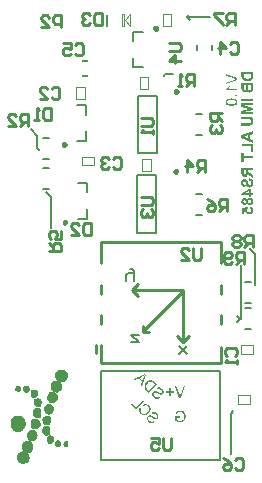
<source format=gbo>
%FSTAX23Y23*%
%MOIN*%
%SFA1B1*%

%IPPOS*%
%ADD32C,0.003000*%
%ADD34C,0.007870*%
%ADD57C,0.009840*%
%ADD58C,0.006300*%
%ADD59C,0.003940*%
%ADD60C,0.005910*%
%ADD61C,0.010000*%
%ADD62R,0.020000X0.010000*%
%ADD63R,0.010000X0.020000*%
%LNdaughterboard-1*%
%LPD*%
G36*
X02466Y01802D02*
X02467Y01802D01*
X02468Y01802*
X02469Y01801*
X0247Y01801*
X02471Y01801*
X02471Y018*
X02472Y018*
X02472Y018*
X02473Y01799*
X02473Y01799*
X02474Y01799*
X02474Y01798*
X02474Y01798*
X02474Y01798*
X02474Y01798*
X02475Y01797*
X02475Y01797*
X02475Y01796*
X02476Y01795*
X02476Y01794*
X02477Y01793*
X02477Y01792*
X02477Y01791*
X02477Y01791*
X02477Y0179*
X02477Y0179*
Y0179*
Y0179*
Y0179*
X02477Y01788*
X02477Y01788*
X02477Y01787*
X02476Y01786*
X02476Y01785*
X02476Y01784*
X02476Y01784*
X02475Y01783*
X02475Y01782*
X02475Y01782*
X02474Y01782*
X02474Y01781*
X02474Y01781*
X02474Y01781*
X02474Y01781*
X02474Y01781*
X02473Y0178*
X02472Y0178*
X02472Y01779*
X02471Y01779*
X0247Y01778*
X02469Y01778*
X02468Y01778*
X02467Y01777*
X02467Y01777*
X02466Y01777*
X02466Y01777*
X02466Y01777*
X02465*
X02464Y01777*
X02463Y01777*
X02462Y01778*
X02461Y01778*
X0246Y01778*
X0246Y01779*
X0246Y01779*
X02459Y01779*
X02459Y0178*
X02458Y0178*
X02457Y01781*
X02457Y01782*
X02456Y01783*
X02456Y01783*
X02456Y01783*
X02456Y01783*
X02456Y01784*
Y01784*
X02455Y01783*
X02455Y01782*
X02454Y01781*
X02454Y01781*
X02453Y0178*
X02453Y0178*
X02453Y0178*
X02453Y0178*
X02452Y01779*
X02451Y01779*
X0245Y01779*
X02449Y01779*
X02449Y01778*
X02448Y01778*
X02448*
X02447Y01778*
X02446Y01779*
X02445Y01779*
X02444Y01779*
X02443Y0178*
X02442Y0178*
X02442Y01781*
X02441Y01781*
X02441Y01781*
X02441Y01781*
X02441Y01781*
X02441Y01781*
X0244Y01782*
X0244Y01783*
X0244Y01783*
X02439Y01784*
X02439Y01785*
X02438Y01787*
X02438Y01787*
X02438Y01788*
X02438Y01788*
X02438Y01789*
X02438Y01789*
Y0179*
Y0179*
Y0179*
X02438Y01791*
X02438Y01792*
X02438Y01793*
X02439Y01793*
X02439Y01794*
X02439Y01795*
X02439Y01796*
X02439Y01796*
X0244Y01797*
X0244Y01797*
X0244Y01797*
X0244Y01798*
X02441Y01798*
X02441Y01798*
X02441Y01798*
X02441Y01798*
X02441Y01799*
X02442Y01799*
X02443Y018*
X02443Y018*
X02444Y018*
X02445Y01801*
X02446Y01801*
X02447Y01801*
X02447Y01801*
X02448Y01801*
X02448*
X02449Y01801*
X0245Y01801*
X0245Y01801*
X02451Y01801*
X02452Y018*
X02452Y018*
X02452Y018*
X02452Y018*
X02453Y01799*
X02454Y01799*
X02454Y01798*
X02455Y01797*
X02455Y01797*
X02455Y01796*
X02456Y01796*
X02456Y01796*
Y01796*
X02456Y01797*
X02457Y01798*
X02458Y01799*
X02458Y01799*
X02459Y018*
X02459Y018*
X0246Y01801*
X0246Y01801*
X0246*
X02461Y01801*
X02462Y01802*
X02463Y01802*
X02464Y01802*
X02464Y01802*
X02465Y01802*
X02465*
X02466Y01802*
G37*
G36*
X02467Y01772D02*
X02468Y01772D01*
X0247Y01772*
X02471Y01771*
X02472Y01771*
X02472Y0177*
X02473Y0177*
X02473Y0177*
X02473Y01769*
X02474Y01769*
X02474Y01769*
X02474Y01769*
X02474Y01769*
X02474Y01769*
X02475Y01768*
X02475Y01767*
X02475Y01767*
X02476Y01766*
X02476Y01764*
X02477Y01763*
X02477Y01762*
X02477Y01762*
X02477Y01761*
X02477Y01761*
X02477Y01761*
Y0176*
Y0176*
Y0176*
X02477Y01759*
X02477Y01758*
X02476Y01757*
X02476Y01756*
X02476Y01755*
X02475Y01754*
X02475Y01753*
X02474Y01752*
X02474Y01752*
X02473Y01751*
X02473Y01751*
X02473Y0175*
X02472Y0175*
X02472Y0175*
X02472Y0175*
X02472Y0175*
X02471Y01749*
X0247Y01749*
X0247Y01749*
X02469Y01748*
X02468Y01748*
X02466Y01747*
X02466Y01747*
X02465Y01747*
X02465Y01747*
X02464*
X02464Y01747*
X02463*
X02462Y01747*
X02461Y01747*
X02461Y01747*
X0246Y01748*
X02459Y01748*
X02458Y01748*
X02457Y01748*
X02457Y01749*
X02456Y01749*
X02456Y01749*
X02455Y0175*
X02455Y0175*
X02455Y0175*
X02454Y0175*
X02454Y0175*
X02454Y0175*
X02454Y01751*
X02453Y01752*
X02453Y01752*
X02452Y01753*
X02452Y01754*
X02452Y01755*
X02451Y01756*
X02451Y01756*
X02451Y01757*
X02451Y01757*
X02451Y01758*
X02451Y01758*
Y01758*
Y01759*
Y01759*
X02451Y0176*
X02451Y01761*
X02451Y01761*
X02451Y01762*
X02452Y01763*
X02452Y01763*
X02452Y01764*
X02452Y01764*
Y01764*
X02446Y01762*
Y01749*
X02439*
Y01768*
X02459Y01772*
X02459Y01766*
X02459Y01765*
X02458Y01765*
X02458Y01764*
X02458Y01764*
X02457Y01763*
X02457Y01762*
X02457Y01761*
X02457Y01761*
X02457Y01761*
Y0176*
Y0176*
Y0176*
X02457Y01759*
X02457Y01758*
X02457Y01758*
X02457Y01757*
X02458Y01757*
X02458Y01756*
X02458Y01756*
X02458Y01756*
X02459Y01756*
X0246Y01755*
X02461Y01755*
X02462Y01755*
X02462Y01755*
X02463Y01755*
X02464*
X02465Y01755*
X02466Y01755*
X02467Y01755*
X02468Y01755*
X02468Y01756*
X02469Y01756*
X02469Y01756*
X02469Y01756*
X0247Y01757*
X0247Y01757*
X02471Y01758*
X02471Y01759*
X02471Y01759*
X02471Y0176*
X02471Y0176*
Y0176*
X02471Y01761*
X02471Y01761*
X02471Y01762*
X0247Y01762*
X0247Y01763*
X0247Y01763*
X0247Y01763*
X0247Y01764*
X02469Y01764*
X02468Y01764*
X02468Y01765*
X02467Y01765*
X02467Y01765*
X02466Y01765*
X02466Y01765*
X02466*
X02467Y01773*
X02467Y01772*
G37*
G36*
X02203Y01157D02*
X02213D01*
Y01152*
X02203*
Y01142*
X02198*
Y01152*
X02188*
Y01157*
X02198*
Y01167*
X02203*
Y01157*
G37*
G36*
X02469Y01817D02*
X02476D01*
Y0181*
X02469*
Y01805*
X02462*
Y0181*
X02438*
Y01816*
X02462Y01833*
X02469*
Y01817*
G37*
G36*
X02445Y01942D02*
X02476D01*
Y01934*
X02445*
Y01923*
X02438*
Y01953*
X02445*
Y01942*
G37*
G36*
X02476Y01895D02*
X0246D01*
Y01894*
Y01893*
X0246Y01892*
X0246Y01892*
X02461Y01891*
X02461Y01891*
X02461Y0189*
X02461Y0189*
Y0189*
X02461Y0189*
X02461Y01889*
X02461Y01889*
X02462Y01888*
X02462Y01888*
X02462Y01888*
X02462Y01888*
X02462Y01888*
X02463Y01888*
X02463Y01887*
X02464Y01887*
X02465Y01886*
X02466Y01885*
X02466Y01885*
X02467Y01884*
X02467Y01884*
X02467Y01884*
X02468Y01884*
X02468Y01884*
X02468Y01884*
X02476Y01878*
Y01869*
X02469Y01874*
X02468Y01874*
X02467Y01875*
X02467Y01875*
X02466Y01876*
X02465Y01876*
X02465Y01876*
X02464Y01877*
X02463Y01877*
X02463Y01878*
X02463Y01878*
X02463Y01878*
X02462Y01879*
X02461Y01879*
X02461Y0188*
X0246Y01881*
X0246Y01881*
X0246Y01882*
X0246Y01882*
X02459Y01882*
Y01882*
X02459Y01881*
X02459Y0188*
X02459Y0188*
X02459Y01879*
X02458Y01878*
X02458Y01878*
X02458Y01877*
X02457Y01877*
X02457Y01876*
X02457Y01876*
X02457Y01875*
X02456Y01875*
X02456Y01875*
X02456Y01875*
X02456Y01875*
X02456Y01875*
X02455Y01874*
X02455Y01874*
X02454Y01873*
X02453Y01873*
X02451Y01872*
X0245Y01872*
X0245Y01872*
X0245*
X02449Y01872*
X02449*
X02448Y01872*
X02447Y01872*
X02446Y01873*
X02445Y01873*
X02444Y01873*
X02443Y01874*
X02443Y01874*
X02443Y01874*
X02443Y01874*
X02443*
X02442Y01875*
X02441Y01875*
X02441Y01876*
X0244Y01877*
X0244Y01877*
X0244Y01878*
X02439Y01878*
X02439Y01878*
Y01878*
X02439Y01879*
X02439Y01879*
X02439Y01881*
X02439Y01882*
X02438Y01884*
Y01884*
X02438Y01885*
Y01886*
X02438Y01886*
Y01886*
Y01887*
Y01887*
Y01887*
Y01903*
X02476*
Y01895*
G37*
G36*
X02465Y01867D02*
X02466Y01867D01*
X02467Y01866*
X02468Y01866*
X02469Y01866*
X0247Y01865*
X0247Y01865*
X02471Y01864*
X02472Y01864*
X02472Y01864*
X02473Y01863*
X02473Y01863*
X02473Y01863*
X02473Y01863*
X02474Y01863*
X02474Y01862*
X02474Y01862*
X02475Y01861*
X02475Y0186*
X02475Y01859*
X02476Y01858*
X02476Y01857*
X02476Y01855*
X02477Y01855*
X02477Y01854*
X02477Y01853*
X02477Y01853*
X02477Y01852*
Y01852*
Y01851*
Y01851*
X02477Y0185*
X02477Y01848*
X02476Y01847*
X02476Y01846*
X02476Y01845*
X02476Y01845*
X02476Y01845*
X02476Y01844*
X02476Y01844*
X02476Y01844*
X02476Y01843*
X02475Y01843*
Y01843*
X02475Y01842*
X02474Y01841*
X02474Y0184*
X02473Y01839*
X02472Y01839*
X02472Y01838*
X02471Y01838*
X02471Y01838*
X02471*
X0247Y01837*
X02469Y01837*
X02468Y01837*
X02467Y01836*
X02466Y01836*
X02466Y01836*
X02466Y01836*
X02465*
X02464Y01836*
X02463Y01836*
X02462Y01837*
X02461Y01837*
X0246Y01837*
X0246Y01838*
X02459Y01838*
X02459Y01838*
X02458Y01838*
X02458Y01839*
X02457Y0184*
X02456Y0184*
X02456Y01841*
X02456Y01842*
X02455Y01842*
X02455Y01842*
Y01842*
X02455Y01843*
X02455Y01843*
X02454Y01844*
X02454Y01846*
X02453Y01847*
X02453Y01848*
X02453Y01848*
X02453Y01849*
X02453Y01849*
X02453Y0185*
X02453Y0185*
X02453Y0185*
Y0185*
X02452Y01851*
X02452Y01852*
X02452Y01853*
X02452Y01854*
X02451Y01854*
X02451Y01855*
X02451Y01855*
X02451Y01856*
X02451Y01856*
X0245Y01856*
X0245Y01857*
X0245Y01857*
X0245Y01857*
X0245Y01857*
X0245Y01858*
X02449Y01858*
X02449Y01858*
X02448Y01858*
X02448Y01858*
X02448Y01858*
X02448*
X02447Y01858*
X02447Y01858*
X02446Y01858*
X02446Y01858*
X02446Y01857*
X02446Y01857*
X02445Y01857*
X02445Y01857*
X02445Y01856*
X02445Y01855*
X02444Y01855*
X02444Y01854*
X02444Y01853*
X02444Y01852*
Y01852*
Y01852*
Y01852*
Y01852*
X02444Y01851*
X02444Y0185*
X02444Y01849*
X02445Y01848*
X02445Y01848*
X02445Y01847*
X02445Y01847*
X02445Y01847*
X02446Y01847*
X02446Y01846*
X02447Y01846*
X02448Y01845*
X02448Y01845*
X02449Y01845*
X02449Y01845*
X02449*
X02449Y01837*
X02448Y01837*
X02447Y01838*
X02446Y01838*
X02446Y01838*
X02445Y01838*
X02444Y01839*
X02444Y01839*
X02443Y01839*
X02442Y0184*
X02442Y0184*
X02442Y0184*
X02441Y01841*
X02441Y01841*
X02441Y01841*
X02441Y01841*
X02441Y01841*
X0244Y01842*
X0244Y01843*
X02439Y01843*
X02439Y01844*
X02439Y01845*
X02438Y01846*
X02438Y01848*
X02438Y01849*
X02438Y01849*
X02438Y0185*
X02438Y01851*
X02438Y01851*
Y01851*
Y01852*
Y01852*
X02438Y01853*
X02438Y01855*
X02438Y01856*
X02438Y01857*
X02438Y01858*
X02439Y01858*
X02439Y01858*
X02439Y01859*
X02439Y01859*
X02439Y01859*
X02439Y01859*
Y01859*
X0244Y0186*
X0244Y01861*
X02441Y01862*
X02441Y01863*
X02442Y01863*
X02442Y01864*
X02443Y01864*
X02443Y01864*
X02443*
X02444Y01865*
X02445Y01865*
X02446Y01865*
X02446Y01865*
X02447Y01865*
X02448Y01866*
X02448*
X02449Y01866*
X0245Y01865*
X02451Y01865*
X02451Y01865*
X02453Y01864*
X02454Y01864*
X02454Y01864*
X02455Y01863*
X02455Y01863*
X02455Y01863*
X02456Y01862*
X02456Y01862*
X02456Y01862*
X02456Y01862*
X02456Y01862*
X02457Y01861*
X02457Y0186*
X02457Y0186*
X02458Y01858*
X02459Y01857*
X02459Y01856*
X02459Y01856*
X02459Y01855*
X02459Y01855*
X02459Y01854*
X0246Y01854*
X0246Y01854*
Y01854*
X0246Y01853*
X0246Y01852*
X0246Y01851*
X0246Y01851*
X02461Y0185*
X02461Y0185*
X02461Y01849*
X02461Y01849*
X02461Y01848*
X02461Y01848*
X02461Y01848*
X02461Y01847*
Y01847*
X02462Y01847*
X02462Y01846*
X02462Y01846*
X02462Y01845*
X02463Y01845*
X02463Y01845*
X02463Y01845*
X02463Y01845*
X02463Y01844*
X02464Y01844*
X02464Y01844*
X02464Y01844*
X02465Y01844*
X02465Y01844*
X02465*
X02466Y01844*
X02467Y01844*
X02467Y01844*
X02468Y01845*
X02468Y01845*
X02469Y01845*
X02469Y01846*
X02469Y01846*
X02469Y01847*
X0247Y01847*
X0247Y01848*
X0247Y01849*
X0247Y0185*
X0247Y01851*
Y01851*
Y01851*
Y01851*
Y01851*
X0247Y01853*
X0247Y01854*
X0247Y01855*
X0247Y01855*
X02469Y01856*
X02469Y01856*
X02469Y01857*
X02469Y01857*
X02468Y01858*
X02467Y01858*
X02466Y01859*
X02465Y01859*
X02464Y01859*
X02464Y01859*
X02464Y01859*
X02463*
X02463Y0186*
X02463*
X02464Y01867*
X02465Y01867*
G37*
G36*
X02236Y01136D02*
X02231D01*
X02216Y01174*
X02221*
X02232Y01146*
X02232Y01145*
X02233Y01144*
X02233Y01143*
X02233Y01142*
X02233Y01141*
X02234Y01141*
X02234Y0114*
X02234Y0114*
X02234Y0114*
Y0114*
X02234Y01142*
X02235Y01143*
X02235Y01144*
X02235Y01145*
X02235Y01145*
X02235Y01146*
X02236Y01146*
X02236Y01146*
X02236Y01146*
Y01146*
X02246Y01174*
X02251*
X02236Y01136*
G37*
G36*
X0212Y01212D02*
X02106Y01175D01*
X02102Y01178*
X02107Y01189*
X02095Y012*
X02084Y01194*
X0208Y01198*
X02116Y01216*
X0212Y01212*
G37*
G36*
X02135Y01194D02*
X02135Y01194D01*
X02135*
X02135Y01194*
X02137Y01194*
X02138Y01194*
X02139Y01194*
X0214Y01194*
X0214Y01193*
X02141Y01193*
X02141Y01193*
X02141Y01193*
X02141Y01193*
X02141Y01193*
X02142Y01192*
X02143Y01192*
X02144Y01191*
X02145Y0119*
X02146Y0119*
X02146Y01189*
X02146Y01189*
X02146Y01189*
X02147Y01189*
X02147Y01189*
X02147Y01189*
X02156Y0118*
X02131Y01152*
X02121Y01161*
X0212Y01162*
X02119Y01163*
X02119Y01163*
X02118Y01164*
X02118Y01165*
X02117Y01165*
X02117Y01165*
X02117Y01165*
X02117Y01165*
X02117Y01165*
X02116Y01166*
X02116Y01167*
X02116Y01168*
X02115Y01169*
X02115Y01169*
X02115Y01169*
X02115Y0117*
X02115Y0117*
X02115Y01171*
X02115Y01172*
X02115Y01172*
Y01173*
Y01174*
X02115Y01174*
X02115Y01175*
X02115Y01175*
X02115Y01176*
X02115Y01177*
X02115Y01178*
X02116Y01179*
X02116Y01179*
X02116Y0118*
X02116Y0118*
X02116Y0118*
X02116Y0118*
X02116Y01181*
X02117Y01182*
X02118Y01183*
X02118Y01184*
X02119Y01185*
X0212Y01186*
X0212Y01186*
X0212Y01186*
X0212Y01187*
X02121Y01187*
X02121Y01187*
X02121Y01187*
X02122Y01188*
X02123Y01189*
X02124Y0119*
X02125Y01191*
X02126Y01191*
X02126Y01191*
X02126Y01192*
X02127Y01192*
X02127Y01192*
X02127Y01192*
X02128Y01192*
X02128Y01193*
X02128Y01193*
X02129Y01193*
X02131Y01194*
X02132Y01194*
X02133Y01194*
X02134Y01194*
X02135Y01194*
X02135Y01194*
G37*
G36*
X02164Y0117D02*
X02165Y0117D01*
X02166Y0117*
X02166Y0117*
X02167Y0117*
X02167Y0117*
X02167Y01169*
X02167Y01169*
X02168Y01169*
X02169Y01168*
X0217Y01168*
X02171Y01167*
X02172Y01166*
X02173Y01166*
X02173Y01166*
X02173Y01166*
X02173Y01166*
X02173Y01166*
X02173Y01166*
X02174Y01165*
X02175Y01164*
X02176Y01163*
X02177Y01162*
X02177Y01161*
X02177Y01161*
X02177Y0116*
X02177Y0116*
X02178Y0116*
X02178Y0116*
X02178Y0116*
X02178Y01159*
X02178Y01158*
X02179Y01157*
X02179Y01156*
Y01155*
X02179Y01154*
X02179Y01154*
X02179Y01154*
X02179Y01154*
X02178Y01153*
X02178Y01152*
X02178Y01151*
X02177Y0115*
X02177Y0115*
X02177Y01149*
X02176Y01149*
X02176Y01149*
X02176Y01149*
X02176Y01149*
X02176Y01148*
X02175Y01148*
X02174Y01147*
X02173Y01147*
X02173Y01147*
X02173Y01146*
X02172Y01146*
X02172Y01146*
X02171Y01146*
X0217Y01146*
X02169Y01146*
X02169Y01146*
X02168Y01146*
X02167Y01146*
X02167Y01146*
X02167Y01146*
X02167Y01146*
X02166Y01146*
X02166Y01147*
X02165Y01147*
X02164Y01148*
X02162Y01148*
X02161Y01149*
X02161Y01149*
X02161Y01149*
X0216Y01149*
X0216Y01149*
X0216Y01149*
X0216Y01149*
X02159Y0115*
X02158Y0115*
X02157Y01151*
X02157Y01151*
X02156Y01151*
X02156Y01152*
X02155Y01152*
X02155Y01152*
X02155Y01152*
X02154Y01152*
X02154Y01152*
X02154Y01153*
X02154Y01153*
X02153Y01153*
X02152Y01153*
X02151Y01153*
X02151Y01153*
X0215Y01153*
X0215Y01153*
X0215Y01153*
X0215*
X02149Y01153*
X02148Y01153*
X02148Y01153*
X02147Y01152*
X02147Y01152*
X02147Y01152*
X02147Y01152*
X02147Y01152*
X02146Y01151*
X02146Y01151*
X02146Y0115*
X02146Y0115*
X02145Y01149*
X02145Y01149*
X02145Y01149*
X02145Y01148*
X02145Y01148*
X02145Y01147*
X02146Y01146*
X02146Y01146*
X02146Y01145*
X02146Y01145*
X02146Y01145*
X02146Y01145*
X02147Y01144*
X02147Y01143*
X02148Y01142*
X02148Y01142*
X02149Y01141*
X02149Y01141*
X02149Y01141*
X02149Y01141*
X02149Y01141*
X02149Y01141*
X0215Y0114*
X02151Y01139*
X02152Y01139*
X02153Y01138*
X02153Y01138*
X02154Y01138*
X02154Y01138*
X02154Y01138*
X02154*
X02154Y01137*
X02155Y01137*
X02156Y01137*
X02157Y01137*
X02158*
X02158Y01137*
X02159Y01137*
X02159Y01137*
X02159Y01137*
X0216Y01137*
X02161Y01138*
X02161Y01138*
X02162Y01139*
X02163Y01139*
X02163Y01139*
X02163Y01139*
X02163Y0114*
X02163Y0114*
X02163Y0114*
X02167Y01136*
X02166Y01135*
X02165Y01134*
X02164Y01134*
X02163Y01133*
X02162Y01133*
X02161Y01133*
X02161Y01133*
X02161Y01133*
X02161Y01132*
X02161*
X02161Y01132*
X02159Y01132*
X02158Y01132*
X02157Y01132*
X02156Y01132*
X02155Y01132*
X02154Y01133*
X02154Y01133*
X02154Y01133*
X02154Y01133*
X02154Y01133*
X02152Y01133*
X02151Y01134*
X0215Y01135*
X02149Y01135*
X02148Y01136*
X02148Y01136*
X02147Y01137*
X02147Y01137*
X02147Y01137*
X02146Y01137*
X02146Y01137*
X02146Y01137*
X02145Y01138*
X02144Y01139*
X02143Y0114*
X02143Y01141*
X02142Y01142*
X02142Y01143*
X02142Y01143*
X02142Y01143*
X02142Y01143*
X02142Y01143*
X02142Y01143*
X02141Y01145*
X02141Y01146*
X02141Y01147*
X02141Y01148*
X02141Y01149*
X02141Y01149*
X02141Y0115*
Y0115*
X02141Y0115*
X02141Y01151*
X02141Y01152*
X02142Y01153*
X02142Y01154*
X02143Y01154*
X02143Y01155*
X02143Y01155*
X02143Y01155*
X02143Y01155*
X02143Y01155*
X02144Y01156*
X02145Y01157*
X02146Y01157*
X02146Y01157*
X02147Y01158*
X02148Y01158*
X02148Y01158*
X02148Y01158*
X02149Y01158*
X0215Y01158*
X02151Y01158*
X02152Y01158*
X02153Y01158*
X02154Y01158*
X02154Y01158*
X02154Y01158*
X02154Y01158*
X02154Y01158*
X02155Y01157*
X02155Y01157*
X02156Y01157*
X02157Y01157*
X02158Y01156*
X02159Y01155*
X0216Y01155*
X0216Y01155*
X02161Y01155*
X02161Y01154*
X02162Y01154*
X02162Y01154*
X02162Y01154*
X02162Y01154*
X02163Y01153*
X02164Y01153*
X02165Y01152*
X02166Y01152*
X02166Y01152*
X02167Y01152*
X02167Y01151*
X02168Y01151*
X02168Y01151*
X02169Y01151*
X02169Y01151*
X02169Y01151*
X02169Y01151*
X0217Y01151*
X0217Y01151*
X02171Y01151*
X02171Y01151*
X02172Y01152*
X02172Y01152*
X02173Y01152*
X02173Y01152*
X02173Y01152*
X02173Y01153*
X02174Y01154*
X02174Y01154*
X02174Y01155*
X02174Y01156*
X02174Y01156*
X02174Y01157*
X02174Y01157*
X02174Y01157*
X02174Y01158*
X02173Y01159*
X02173Y0116*
X02172Y0116*
X02171Y01161*
X02171Y01162*
X02171Y01162*
X02171Y01162*
X0217Y01162*
X0217Y01162*
X0217Y01162*
X02169Y01163*
X02168Y01164*
X02167Y01165*
X02166Y01165*
X02165Y01165*
X02165Y01165*
X02164Y01165*
X02164Y01165*
X02163Y01165*
X02162Y01165*
X02161Y01165*
X0216Y01164*
X0216Y01164*
X02159Y01164*
X02159Y01163*
X02159Y01163*
X02159Y01163*
X02159Y01163*
X02155Y01167*
X02156Y01167*
X02157Y01168*
X02158Y01169*
X02159Y01169*
X0216Y01169*
X0216Y0117*
X0216Y0117*
X02161Y0117*
X02161*
X02161Y0117*
X02162Y0117*
X02163Y0117*
X02164Y0117*
G37*
G36*
X02148Y01088D02*
X02148Y01088D01*
X02149Y01088*
X0215Y01088*
X0215Y01088*
X0215Y01088*
X0215Y01087*
X0215Y01087*
X02152Y01087*
X02153Y01086*
X02154Y01086*
X02155Y01085*
X02156Y01084*
X02156Y01084*
X02156Y01084*
X02156Y01083*
X02157Y01083*
X02157Y01083*
X02157Y01083*
X02158Y01082*
X02158Y01081*
X02159Y0108*
X0216Y01079*
X0216Y01079*
X0216Y01078*
X0216Y01078*
X0216Y01078*
X02161Y01078*
X02161Y01077*
X02161Y01077*
X02161Y01076*
X02161Y01075*
X02161Y01074*
X02161Y01073*
X02161Y01072*
X02161Y01072*
X02161Y01071*
Y01071*
X02161Y01071*
X02161Y0107*
X02161Y01069*
X0216Y01068*
X0216Y01068*
X02159Y01067*
X02159Y01067*
X02159Y01067*
X02159Y01066*
X02159Y01066*
X02159Y01066*
X02158Y01066*
X02157Y01065*
X02156Y01065*
X02156Y01065*
X02155Y01064*
X02155Y01064*
X02155Y01064*
X02154Y01064*
X02153Y01064*
X02153Y01064*
X02152Y01064*
X02151Y01064*
X0215Y01064*
X0215Y01064*
X02149Y01064*
X02149*
X02149Y01064*
X02149Y01064*
X02148Y01065*
X02147Y01065*
X02146Y01066*
X02145Y01066*
X02144Y01067*
X02143Y01067*
X02143Y01067*
X02143Y01068*
X02142Y01068*
X02142Y01068*
X02142Y01068*
X02141Y01068*
X02141Y01069*
X0214Y01069*
X02139Y0107*
X02139Y0107*
X02138Y0107*
X02138Y0107*
X02137Y01071*
X02137Y01071*
X02137Y01071*
X02136Y01071*
X02136Y01071*
X02136*
X02135Y01072*
X02135Y01072*
X02134Y01072*
X02133Y01072*
X02133Y01072*
X02132*
X02132Y01072*
X02131Y01072*
X02131Y01072*
X0213Y01071*
X0213Y01071*
X02129Y01071*
X02129Y01071*
X02129Y01071*
X02129Y0107*
X02128Y0107*
X02128Y01069*
X02128Y01069*
X02128Y01068*
X02128Y01068*
X02128Y01068*
Y01068*
X02128Y01067*
X02128Y01066*
X02128Y01066*
X02128Y01065*
X02128Y01064*
X02128Y01064*
X02128Y01064*
X02128Y01064*
X02129Y01063*
X02129Y01062*
X0213Y01061*
X0213Y01061*
X02131Y0106*
X02131Y0106*
X02131Y0106*
X02131Y0106*
X02131Y0106*
X02131Y0106*
X02132Y01059*
X02133Y01058*
X02134Y01057*
X02135Y01057*
X02135Y01057*
X02136Y01056*
X02136Y01056*
X02136Y01056*
X02136*
X02136Y01056*
X02137Y01056*
X02138Y01056*
X02139Y01056*
X0214Y01056*
X0214Y01055*
X02141Y01056*
X02141Y01056*
X02141*
X02142Y01056*
X02143Y01056*
X02143Y01057*
X02144Y01057*
X02145Y01057*
X02145Y01058*
X02145Y01058*
X02145Y01058*
X02145Y01058*
X02145Y01058*
X02148Y01054*
X02147Y01053*
X02146Y01053*
X02145Y01052*
X02144Y01051*
X02143Y01051*
X02143Y01051*
X02143Y01051*
X02143Y01051*
X02142Y01051*
X02142*
X02142Y01051*
X02141Y01051*
X0214Y01051*
X02138Y01051*
X02137Y01051*
X02136Y01051*
X02136Y01051*
X02136Y01051*
X02135Y01051*
X02135Y01051*
X02135Y01051*
X02134Y01052*
X02133Y01053*
X02131Y01054*
X0213Y01055*
X0213Y01055*
X02129Y01055*
X02129Y01056*
X02129Y01056*
X02128Y01056*
X02128Y01056*
X02128Y01056*
X02128Y01057*
X02127Y01058*
X02126Y01059*
X02126Y0106*
X02125Y01061*
X02125Y01061*
X02124Y01062*
X02124Y01062*
X02124Y01062*
X02124Y01063*
X02124Y01063*
X02124Y01063*
X02124Y01064*
X02123Y01065*
X02123Y01066*
X02123Y01067*
Y01068*
X02123Y01069*
X02123Y01069*
Y01069*
X02123Y01069*
X02124Y0107*
X02124Y01071*
X02125Y01072*
X02125Y01073*
X02125Y01074*
X02126Y01074*
X02126Y01074*
X02126Y01074*
X02126Y01074*
X02126Y01074*
X02127Y01075*
X02128Y01076*
X02129Y01076*
X02129Y01077*
X0213Y01077*
X02131Y01077*
X02131Y01077*
X02131Y01077*
X02132Y01077*
X02133*
X02134Y01077*
X02135Y01077*
X02136Y01077*
X02137Y01076*
X02137Y01076*
X02137Y01076*
X02137Y01076*
X02137Y01076*
X02138Y01076*
X02138Y01076*
X02139Y01076*
X02139Y01075*
X02141Y01075*
X02142Y01074*
X02143Y01074*
X02143Y01073*
X02144Y01073*
X02144Y01073*
X02144Y01072*
X02145Y01072*
X02145Y01072*
X02145Y01072*
X02146Y01071*
X02147Y01071*
X02147Y01071*
X02148Y0107*
X02149Y0107*
X02149Y0107*
X0215Y01069*
X0215Y01069*
X02151Y01069*
X02151Y01069*
X02151Y01069*
X02152Y01069*
X02152Y01069*
X02152*
X02153Y01069*
X02153Y01069*
X02154Y01069*
X02155Y01069*
X02155Y0107*
X02155Y0107*
X02155Y0107*
X02155Y0107*
X02156Y01071*
X02156Y01071*
X02157Y01072*
X02157Y01073*
X02157Y01073*
X02157Y01074*
Y01074*
X02157Y01074*
X02157Y01075*
X02157Y01075*
X02156Y01076*
X02156Y01077*
X02155Y01078*
X02154Y01079*
X02154Y01079*
X02154Y0108*
X02154Y0108*
X02154Y0108*
X02153Y0108*
X02153Y0108*
X02152Y01081*
X02151Y01082*
X0215Y01083*
X02149Y01083*
X02149Y01083*
X02148Y01083*
X02148Y01083*
X02147Y01083*
X02146*
X02145Y01083*
X02144Y01083*
X02144Y01083*
X02143Y01082*
X02142Y01082*
X02142Y01082*
X02142Y01082*
X02142Y01082*
X02142Y01082*
X02139Y01085*
X0214Y01086*
X02141Y01087*
X02141Y01087*
X02142Y01087*
X02143Y01088*
X02144Y01088*
X02144Y01088*
X02144Y01088*
X02144*
X02144Y01088*
X02145Y01088*
X02146Y01088*
X02148Y01088*
G37*
G36*
X02235Y01093D02*
X02237Y01093D01*
X02238Y01092*
X02239Y01092*
X0224Y01092*
X0224Y01092*
X02241Y01092*
X02242Y01091*
X02242Y01091*
X02243Y01091*
X02243Y01091*
X02243Y01091*
X02243Y01091*
X02243Y01091*
X02244Y0109*
X02245Y0109*
X02246Y01088*
X02247Y01087*
X02248Y01086*
X02249Y01085*
X02249Y01085*
X0225Y01084*
X0225Y01084*
X0225Y01084*
X0225Y01083*
X0225Y01083*
X02251Y01082*
X02251Y0108*
X02252Y01078*
X02252Y01077*
X02252Y01076*
X02252Y01076*
X02252Y01075*
X02252Y01075*
Y01074*
X02252Y01074*
Y01073*
Y01073*
Y01073*
X02252Y01071*
X02252Y01069*
X02252Y01068*
X02252Y01068*
X02251Y01067*
X02251Y01066*
X02251Y01065*
X02251Y01065*
X02251Y01064*
X0225Y01064*
X0225Y01063*
X0225Y01063*
X0225Y01063*
Y01063*
X02249Y01061*
X02248Y0106*
X02247Y01059*
X02246Y01058*
X02245Y01057*
X02244Y01057*
X02244Y01057*
X02244Y01056*
X02243Y01056*
X02243Y01056*
X02243Y01056*
X02242Y01056*
X02241Y01055*
X0224Y01055*
X02238Y01054*
X02236Y01054*
X02236Y01054*
X02235Y01054*
X02234Y01054*
X02234*
X02234Y01054*
X02233*
X02231Y01054*
X0223Y01054*
X02229Y01054*
X02227Y01055*
X02227Y01055*
X02226Y01055*
X02226Y01055*
X02226Y01055*
X02225Y01055*
X02225Y01055*
X02225Y01055*
X02225*
X02223Y01056*
X02222Y01057*
X02221Y01057*
X0222Y01058*
X02219Y01058*
X02219Y01059*
X02218Y01059*
X02218Y01059*
X02218Y01059*
X02217Y0106*
X02217Y0106*
X02217Y0106*
Y01074*
X02233*
Y01069*
X02222*
Y01062*
X02223Y01062*
X02224Y01061*
X02224Y01061*
X02225Y0106*
X02226Y0106*
X02226Y0106*
X02227Y0106*
X02227Y0106*
X02227Y01059*
X02227*
X02228Y01059*
X02229Y01059*
X0223Y01059*
X02231Y01058*
X02232Y01058*
X02232*
X02233Y01058*
X02233*
X02235Y01058*
X02236Y01059*
X02237Y01059*
X02238Y01059*
X02239Y01059*
X0224Y0106*
X0224Y0106*
X0224Y0106*
X0224Y0106*
X0224Y0106*
X0224*
X02242Y01061*
X02243Y01061*
X02243Y01062*
X02244Y01063*
X02245Y01064*
X02245Y01064*
X02245Y01065*
X02245Y01065*
X02245Y01065*
Y01065*
X02246Y01066*
X02246Y01068*
X02247Y01069*
X02247Y01071*
X02247Y01071*
X02247Y01072*
X02247Y01072*
Y01073*
X02247Y01073*
Y01073*
Y01073*
Y01073*
X02247Y01075*
X02247Y01076*
X02247Y01078*
X02246Y01079*
X02246Y01079*
X02246Y0108*
X02246Y0108*
X02246Y0108*
X02246Y01081*
X02246Y01081*
X02246Y01081*
Y01081*
X02245Y01082*
X02245Y01083*
X02245Y01083*
X02244Y01084*
X02244Y01084*
X02244Y01085*
X02243Y01085*
X02243Y01085*
X02243Y01085*
X02242Y01086*
X02241Y01086*
X02241Y01087*
X0224Y01087*
X0224Y01087*
X02239Y01087*
X02239Y01088*
X02238Y01088*
X02237Y01088*
X02236Y01088*
X02235Y01089*
X02235Y01089*
X02234*
X02234Y01089*
X02233*
X02232Y01089*
X02231Y01088*
X0223Y01088*
X0223Y01088*
X02229Y01088*
X02229Y01088*
X02228Y01088*
X02228Y01088*
X02227Y01087*
X02227Y01087*
X02226Y01086*
X02225Y01086*
X02225Y01086*
X02225Y01085*
X02225Y01085*
X02225Y01085*
X02224Y01084*
X02224Y01084*
X02223Y01083*
X02223Y01082*
X02223Y01081*
X02223Y01081*
X02223Y01081*
X02222Y01081*
X02222Y0108*
Y0108*
X02218Y01082*
X02218Y01083*
X02219Y01084*
X02219Y01085*
X0222Y01086*
X0222Y01087*
X0222Y01087*
X02221Y01088*
X02221Y01088*
X02222Y01089*
X02222Y01089*
X02223Y0109*
X02224Y01091*
X02225Y01091*
X02225Y01091*
X02226Y01091*
X02226Y01091*
X02226Y01092*
X02226*
X02227Y01092*
X02229Y01092*
X0223Y01093*
X02231Y01093*
X02232Y01093*
X02232*
X02233Y01093*
X02234*
X02235Y01093*
G37*
G36*
X02114Y01125D02*
X02087Y01099D01*
X0207Y01115*
X02073Y01118*
X02087Y01105*
X0211Y01129*
X02114Y01125*
G37*
G36*
X0212Y01115D02*
X02121Y01115D01*
X02121*
X02122Y01115*
X02122Y01115*
X02123Y01115*
X02124Y01114*
X02126Y01113*
X02127Y01113*
X02127Y01112*
X02128Y01112*
X02128Y01111*
X02129Y01111*
X02129Y01111*
X02129Y01111*
X02129Y0111*
X02129Y0111*
X02131Y01109*
X02132Y01108*
X02133Y01106*
X02133Y01106*
X02133Y01105*
X02133Y01105*
X02134Y01104*
X02134Y01104*
X02134Y01103*
X02134Y01103*
X02134Y01103*
X02134Y01102*
Y01102*
X02135Y01101*
X02135Y01099*
Y01097*
X02135Y01096*
X02134Y01095*
X02134Y01094*
X02134Y01094*
X02134Y01094*
X02134Y01093*
X02134Y01093*
Y01093*
X02133Y01091*
X02133Y0109*
X02132Y01088*
X02131Y01087*
X0213Y01086*
X0213Y01086*
X02129Y01085*
X02129Y01085*
X02129Y01085*
X02129Y01084*
X02128Y01084*
X02128Y01084*
X02127Y01083*
X02125Y01082*
X02124Y01081*
X02123Y0108*
X02123Y0108*
X02122Y0108*
X02122Y01079*
X02121Y01079*
X02121Y01079*
X0212Y01079*
X0212Y01079*
X0212Y01078*
X0212Y01078*
X02118Y01078*
X02116Y01077*
X02115Y01077*
X02114*
X02113Y01077*
X02113*
X02112Y01077*
X02112Y01077*
X02111Y01077*
X02111*
X02111Y01077*
X02111Y01077*
X02111*
X0211Y01078*
X02109Y01078*
X02107Y01079*
X02106Y0108*
X02105Y0108*
X02104Y01081*
X02103Y01081*
X02103Y01082*
X02103Y01082*
X02102Y01082*
X02102Y01083*
X02102Y01083*
X02102Y01083*
X02101Y01084*
X021Y01084*
X021Y01085*
X02099Y01086*
X02099Y01087*
X02098Y01088*
X02098Y01088*
X02098Y01089*
X02098Y0109*
X02097Y0109*
X02097Y01091*
X02097Y01091*
X02097Y01092*
X02097Y01092*
Y01092*
Y01092*
X02097Y01093*
Y01094*
X02097Y01095*
X02097Y01096*
X02098Y01098*
X02098Y01099*
X02098Y011*
X02099Y01101*
X02099Y01101*
X02099Y01102*
X02099Y01102*
X02099Y01103*
X021Y01103*
X021Y01103*
X02104Y011*
X02104Y01099*
X02103Y01099*
X02103Y01098*
X02103Y01097*
X02102Y01096*
X02102Y01096*
X02102Y01095*
X02102Y01095*
X02102Y01094*
Y01094*
X02102Y01093*
X02102Y01093*
X02102Y01093*
Y01092*
Y01092*
Y01092*
X02102Y01091*
X02102Y01091*
X02103Y0109*
X02103Y01088*
X02104Y01087*
X02104Y01087*
X02104Y01086*
X02105Y01086*
X02105Y01086*
X02105Y01086*
X02105Y01086*
X02105Y01085*
X02106Y01085*
X02107Y01084*
X02108Y01083*
X02109Y01083*
X0211Y01083*
X0211Y01082*
X0211Y01082*
X02111Y01082*
X02111Y01082*
X02111Y01082*
X02111Y01082*
X02112Y01082*
X02113Y01082*
X02115Y01082*
X02116Y01082*
X02117Y01082*
X02117Y01083*
X02117Y01083*
X02118Y01083*
X02118Y01083*
X02118Y01083*
X02119Y01084*
X0212Y01084*
X02122Y01085*
X02123Y01086*
X02123Y01086*
X02124Y01087*
X02124Y01087*
X02124Y01087*
X02124Y01088*
X02125Y01088*
X02125Y01088*
X02125Y01088*
X02126Y01089*
X02127Y0109*
X02127Y01091*
X02128Y01092*
X02128Y01093*
X02129Y01093*
X02129Y01093*
X02129Y01093*
X02129Y01094*
X02129Y01094*
X02129Y01094*
X0213Y01095*
X0213Y01096*
X0213Y01097*
X0213Y01099*
X0213Y01099*
X0213Y011*
X0213Y01101*
X0213Y01101*
X0213Y01101*
X0213Y01102*
X02129Y01103*
X02129Y01104*
X02128Y01105*
X02127Y01106*
X02127Y01107*
X02127Y01107*
X02127Y01107*
X02127Y01107*
X02127Y01107*
X02126Y01107*
X02125Y01108*
X02124Y01109*
X02123Y0111*
X02123Y0111*
X02122Y0111*
X02121Y0111*
X02121Y0111*
X02121*
X02119Y0111*
X02118Y0111*
X02117Y0111*
X02116Y0111*
X02115Y0111*
X02115Y01109*
X02114Y01109*
X02114Y01109*
X02114Y01109*
X02114Y01109*
X02114Y01109*
X02111Y01113*
X02112Y01114*
X02113Y01114*
X02114Y01114*
X02115Y01115*
X02115Y01115*
X02116Y01115*
X02117Y01115*
X02118Y01115*
X02118*
X02119Y01115*
X0212*
X0212Y01115*
G37*
G36*
X02476Y01955D02*
X0247D01*
Y01974*
X02439*
Y01982*
X02476*
Y01955*
G37*
G36*
X02424Y0214D02*
X02418D01*
Y02146*
X02424*
Y0214*
G37*
G36*
X02476Y02125D02*
X02438D01*
Y02132*
X02476*
Y02125*
G37*
G36*
Y02172D02*
Y02171D01*
Y02169*
Y02168*
X02476Y02167*
Y02167*
Y02166*
X02476Y02165*
Y02165*
Y02164*
X02476Y02164*
Y02163*
Y02163*
X02476Y02163*
Y02163*
Y02163*
X02476Y02162*
X02475Y02161*
X02475Y0216*
X02475Y02159*
X02475Y02158*
X02474Y02158*
X02474Y02158*
X02474Y02158*
X02474Y02157*
X02473Y02156*
X02472Y02156*
X02472Y02155*
X02471Y02155*
X02471Y02155*
X0247Y02154*
X0247Y02154*
X02469Y02154*
X02468Y02154*
X02468Y02153*
X02467Y02153*
X02466Y02153*
X02466Y02153*
X02465*
X02464Y02153*
X02463Y02153*
X02462Y02154*
X02461Y02154*
X0246Y02154*
X0246Y02155*
X0246Y02155*
X0246Y02155*
X02459Y02156*
X02458Y02157*
X02457Y02157*
X02457Y02158*
X02457Y02159*
X02456Y0216*
X02456Y0216*
X02456Y0216*
X02456Y0216*
Y0216*
X02456Y02159*
X02455Y02159*
X02454Y02158*
X02454Y02157*
X02454Y02157*
X02453Y02157*
X02453Y02156*
X02453Y02156*
X02452Y02156*
X02451Y02156*
X0245Y02155*
X02449Y02155*
X02449Y02155*
X02448Y02155*
X02448*
X02447Y02155*
X02446Y02155*
X02445Y02155*
X02445Y02156*
X02444Y02156*
X02444Y02156*
X02444Y02156*
X02443Y02156*
X02443Y02157*
X02442Y02157*
X02442Y02158*
X02441Y02158*
X02441Y02158*
X02441Y02159*
X0244Y02159*
X0244Y02159*
X0244Y0216*
X0244Y0216*
X02439Y02161*
X02439Y02162*
X02439Y02162*
X02439Y02163*
X02439Y02163*
Y02163*
X02439Y02164*
X02439Y02165*
X02438Y02166*
X02438Y02167*
X02438Y02168*
Y02169*
Y02169*
Y02169*
Y02169*
Y0217*
Y0217*
Y02185*
X02476*
Y02172*
G37*
G36*
Y02209D02*
X02476Y02207D01*
X02476Y02206*
X02476Y02205*
X02476Y02204*
X02476Y02203*
X02475Y02202*
X02475Y02202*
Y02202*
X02475Y02202*
Y02202*
X02475Y02201*
X02474Y02199*
X02474Y02199*
X02473Y02198*
X02473Y02197*
X02473Y02197*
X02472Y02197*
X02472Y02196*
X02471Y02196*
X0247Y02195*
X02469Y02194*
X02468Y02193*
X02467Y02193*
X02467Y02193*
X02466Y02193*
X02466Y02193*
X02466Y02192*
X02466Y02192*
X02466*
X02464Y02192*
X02463Y02192*
X02462Y02191*
X0246Y02191*
X0246Y02191*
X02459Y02191*
X02459*
X02458Y02191*
X02458*
X02456Y02191*
X02454Y02191*
X02453Y02191*
X02452Y02192*
X02452Y02192*
X02451Y02192*
X02451Y02192*
X0245Y02192*
X0245Y02192*
X02449Y02192*
X02449Y02192*
X02449Y02192*
X02449Y02192*
X02449*
X02447Y02193*
X02446Y02194*
X02445Y02194*
X02444Y02195*
X02444Y02195*
X02443Y02196*
X02443Y02196*
X02443Y02196*
Y02196*
X02442Y02197*
X02441Y02198*
X0244Y02199*
X0244Y022*
X0244Y02201*
X02439Y02201*
X02439Y02201*
X02439Y02202*
X02439Y02202*
Y02202*
X02439Y02203*
X02439Y02204*
X02439Y02205*
X02438Y02206*
X02438Y02207*
X02438Y02208*
Y02208*
Y02209*
Y02209*
Y02209*
Y02209*
Y02223*
X02476*
Y02209*
G37*
G36*
X02407Y02134D02*
X02409Y02133D01*
X0241Y02133*
X02412Y02133*
X02413Y02133*
X02414Y02132*
X02416Y02132*
X02417Y02132*
X02417Y02131*
X02418Y02131*
X02419Y02131*
X02419Y0213*
X0242Y0213*
X0242Y0213*
X0242Y0213*
X0242Y0213*
X02421Y02129*
X02422Y02129*
X02422Y02128*
X02423Y02127*
X02423Y02126*
X02423Y02126*
X02424Y02125*
X02424Y02124*
X02424Y02124*
X02424Y02123*
X02424Y02123*
X02424Y02122*
X02424Y02122*
Y02121*
Y02121*
Y02121*
X02424Y0212*
X02424Y02118*
X02424Y02117*
X02423Y02116*
X02423Y02115*
X02423Y02115*
X02422Y02115*
X02422Y02115*
X02422Y02115*
X02422Y02114*
Y02114*
X02421Y02113*
X0242Y02113*
X02419Y02112*
X02418Y02111*
X02417Y02111*
X02417Y02111*
X02416Y02111*
X02416Y0211*
X02416Y0211*
X02416Y0211*
X02416*
X02415Y0211*
X02414Y0211*
X02412Y02109*
X02411Y02109*
X02409Y02109*
X02408Y02109*
X02407Y02109*
X02407*
X02406Y02109*
X02404*
X02403Y02109*
X02402*
X02401Y02109*
X024Y02109*
X024Y02109*
X02399Y02109*
X02398Y02109*
X02398Y02109*
X02397Y02109*
X02397Y0211*
X02397Y0211*
X02396Y0211*
X02396Y0211*
X02396Y0211*
X02396*
X02395Y0211*
X02394Y0211*
X02393Y02111*
X02392Y02111*
X02391Y02112*
X02391Y02112*
X02391Y02112*
X0239Y02112*
X0239Y02113*
X02389Y02113*
X02388Y02114*
X02388Y02115*
X02387Y02115*
X02387Y02116*
X02387Y02116*
X02387Y02116*
Y02116*
X02386Y02117*
X02386Y02118*
X02386Y02119*
X02386Y02119*
X02386Y0212*
X02386Y02121*
Y02121*
Y02121*
Y02121*
Y02121*
X02386Y02123*
X02386Y02124*
X02386Y02125*
X02387Y02126*
X02387Y02127*
X02387Y02127*
X02388Y02128*
X02388Y02128*
X02388Y02128*
X02388Y02128*
Y02128*
X02389Y02129*
X0239Y0213*
X02391Y02131*
X02392Y02131*
X02393Y02132*
X02393Y02132*
X02393Y02132*
X02394Y02132*
X02394Y02132*
X02394Y02132*
X02394*
X02395Y02132*
X02396Y02133*
X02398Y02133*
X02399Y02133*
X02401Y02133*
X02402Y02133*
X02403Y02134*
X02403*
X02404Y02134*
X02405*
X02407Y02134*
G37*
G36*
X02476Y0211D02*
X02446D01*
X02476Y02103*
Y02095*
X02446Y02088*
X02476Y02088*
Y02081*
X02438*
Y02092*
X02464Y02099*
X02438Y02106*
Y02117*
X02476*
Y0211*
G37*
G36*
X02399Y02173D02*
X02399Y02172D01*
X02398Y02172*
X02398Y02171*
X02398Y0217*
X02398Y0217*
X02397Y02169*
X02397Y02169*
Y02169*
X02397Y02168*
X02396Y02167*
X02395Y02167*
X02395Y02166*
X02395Y02165*
X02394Y02165*
X02394Y02165*
X02394Y02165*
X02424*
Y0216*
X02386*
Y02163*
X02387Y02164*
X02387Y02164*
X02388Y02165*
X02389Y02166*
X0239Y02166*
X0239Y02167*
X0239Y02167*
X02391Y02167*
X02391Y02167*
X02391Y02167*
X02392Y02168*
X02392Y0217*
X02393Y02171*
X02394Y02172*
X02394Y02173*
X02395Y02173*
X02395Y02173*
X02395Y02174*
X02395Y02174*
X02395Y02174*
Y02174*
X024*
X02399Y02173*
G37*
G36*
X02424Y022D02*
Y02195D01*
X02386Y0218*
Y02185*
X02413Y02196*
X02414Y02196*
X02415Y02196*
X02417Y02197*
X02417Y02197*
X02418Y02197*
X02419Y02197*
X02419Y02198*
X02419Y02198*
X02419Y02198*
X02419*
X02417Y02198*
X02416Y02199*
X02415Y02199*
X02414Y02199*
X02414Y02199*
X02414Y02199*
X02414Y02199*
X02413Y022*
X02413Y022*
X02413*
X02386Y02209*
Y02215*
X02424Y022*
G37*
G36*
X02476Y02016D02*
X02468Y02013D01*
Y01998*
X02476Y01995*
Y01986*
X02438Y02002*
Y0201*
X02476Y02024*
Y02016*
G37*
G36*
X02461Y02073D02*
X02462D01*
X02463Y02073*
X02464Y02073*
X02464Y02073*
X02465Y02073*
X02466Y02073*
X02466Y02073*
X02467Y02073*
X02467Y02073*
X02468Y02073*
X02468Y02073*
X02468*
X02468Y02073*
X02468*
X02469Y02072*
X0247Y02072*
X0247Y02072*
X02471Y02071*
X02472Y02071*
X02472Y02071*
X02472Y02071*
X02472Y0207*
X02473Y0207*
X02474Y02069*
X02474Y02068*
X02475Y02068*
X02475Y02067*
X02475Y02066*
X02476Y02066*
X02476Y02066*
Y02066*
X02476Y02066*
X02476Y02065*
X02476Y02064*
X02477Y02062*
X02477Y02061*
X02477Y0206*
X02477Y0206*
Y02059*
X02477Y02059*
Y02058*
Y02058*
Y02058*
Y02058*
X02477Y02056*
X02477Y02055*
X02476Y02054*
X02476Y02053*
X02476Y02052*
X02476Y02052*
X02476Y02051*
X02476Y02051*
X02476Y02051*
X02476Y02051*
X02476Y02051*
Y02051*
X02475Y0205*
X02475Y02049*
X02474Y02048*
X02474Y02047*
X02473Y02047*
X02473Y02046*
X02473Y02046*
X02473Y02046*
X02472Y02046*
X02471Y02045*
X0247Y02045*
X0247Y02044*
X02469Y02044*
X02468Y02044*
X02468Y02044*
X02468*
X02468Y02044*
X02468*
X02467Y02044*
X02467Y02044*
X02466Y02043*
X02465Y02043*
X02464Y02043*
X02462Y02043*
X02461*
X0246Y02043*
X02438*
Y02051*
X02461*
X02462Y02051*
X02462*
X02463Y02051*
X02463*
X02464Y02051*
X02464*
X02465Y02051*
X02465Y02051*
X02466Y02051*
X02466*
X02467Y02051*
X02467Y02052*
X02468Y02052*
X02468Y02052*
X02469Y02053*
X02469Y02053*
X02469Y02053*
X02469Y02053*
X02469Y02054*
X0247Y02055*
X0247Y02055*
X0247Y02056*
X0247Y02057*
X0247Y02057*
Y02058*
Y02058*
Y02058*
Y02058*
X0247Y02059*
X0247Y0206*
X0247Y02061*
X0247Y02062*
X02469Y02062*
X02469Y02063*
X02469Y02063*
X02469Y02063*
X02468Y02064*
X02468Y02064*
X02467Y02065*
X02467Y02065*
X02466Y02065*
X02466Y02065*
X02465Y02065*
X02465*
X02465Y02065*
X02465Y02066*
X02464*
X02464Y02066*
X02463Y02066*
X02461*
X02461Y02066*
X02438*
Y02073*
X0246*
X02461Y02073*
G37*
%LNdaughterboard-2*%
%LPC*%
G36*
X02135Y01189D02*
X02134Y01189D01*
X02133Y01189*
X02133Y01189*
X02132Y01189*
X02132Y01189*
X02132Y01189*
X02132Y01189*
X02131Y01189*
X02131Y01188*
X02129Y01188*
X02128Y01187*
X02127Y01186*
X02126Y01185*
X02126Y01185*
X02126Y01185*
X02125Y01184*
X02125Y01184*
X02125Y01184*
X02125Y01184*
X02125Y01184*
X02124Y01182*
X02123Y01181*
X02122Y0118*
X02121Y01179*
X02121Y01179*
X02121Y01179*
X02121Y01178*
X02121Y01178*
X02121Y01178*
X02121Y01178*
X0212Y01177*
X0212Y01177*
X0212Y01176*
X0212Y01175*
X0212Y01174*
X02119Y01174*
X02119Y01173*
X02119Y01172*
X02119Y01172*
X02119Y01172*
X02119Y01171*
X0212Y01171*
X0212Y0117*
X0212Y01169*
X0212Y01169*
X0212Y01169*
X0212Y01168*
X02121Y01168*
X02121Y01168*
X02122Y01167*
X02122Y01166*
X02123Y01165*
X02123Y01165*
X02124Y01165*
X02124Y01164*
X02124Y01164*
X02124Y01164*
X02124Y01164*
X02124Y01164*
X0213Y01159*
X0215Y0118*
X02144Y01185*
X02143Y01186*
X02143Y01186*
X02142Y01187*
X02142Y01187*
X02141Y01188*
X0214Y01188*
X02139Y01189*
X02139Y01189*
X02139Y01189*
X02138Y01189*
X02137Y01189*
X02136Y01189*
X02135Y01189*
G37*
G36*
X02116Y01211D02*
X02115Y0121D01*
X02114Y0121*
X02112Y01209*
X02111Y01208*
X02111Y01208*
X0211Y01208*
X0211Y01208*
X02109Y01207*
X02109Y01207*
X02109Y01207*
X02109Y01207*
X02109Y01207*
X02099Y01202*
X02108Y01193*
X02113Y01204*
X02113Y01206*
X02114Y01207*
X02114Y01208*
X02115Y01209*
X02115Y0121*
X02115Y0121*
X02116Y01211*
X02116Y01211*
X02116Y01211*
X02116Y01211*
X02116Y01211*
G37*
G36*
X02406Y02129D02*
X02405D01*
X02403Y02129*
X02402Y02129*
X024Y02129*
X02399Y02128*
X02398Y02128*
X02397Y02128*
X02396Y02128*
X02395Y02128*
X02394Y02127*
X02394Y02127*
X02393Y02127*
X02393Y02127*
X02393Y02127*
X02392Y02127*
X02392Y02126*
X02392*
X02392Y02126*
X02391Y02126*
X02391Y02125*
X02391Y02125*
X0239Y02124*
X0239Y02123*
X0239Y02122*
X02389Y02122*
X02389Y02122*
Y02121*
Y02121*
Y02121*
X02389Y02121*
X0239Y0212*
X0239Y0212*
X0239Y02119*
X0239Y02118*
X02391Y02117*
X02392Y02117*
X02392Y02116*
X02392Y02116*
X02392Y02116*
X02392Y02116*
X02393*
X02393Y02115*
X02394Y02115*
X02395Y02115*
X02396Y02115*
X02397Y02114*
X02398Y02114*
X024Y02114*
X02401Y02114*
X02402Y02114*
X02403Y02114*
X02403*
X02404Y02114*
X02407*
X02408Y02114*
X0241Y02114*
X02411Y02114*
X02412Y02114*
X02413Y02114*
X02414Y02115*
X02415Y02115*
X02415Y02115*
X02416Y02115*
X02416Y02115*
X02417Y02116*
X02417Y02116*
X02417Y02116*
X02417Y02116*
X02417*
X02418Y02116*
X02418Y02117*
X02419Y02117*
X02419Y02118*
X0242Y02119*
X0242Y02119*
X0242Y0212*
X0242Y02121*
X0242Y02121*
Y02121*
Y02121*
Y02121*
X0242Y02122*
X0242Y02122*
X0242Y02123*
X02419Y02124*
X02419Y02125*
X02418Y02126*
X02418Y02126*
X02417Y02127*
X02417Y02127*
X02417*
X02417Y02127*
X02416Y02127*
X02415Y02128*
X02414Y02128*
X02413Y02128*
X02412Y02128*
X0241Y02129*
X02409Y02129*
X02408Y02129*
X02407Y02129*
X02406*
X02406Y02129*
G37*
G36*
X0247Y02215D02*
X02445D01*
Y02212*
Y02211*
Y0221*
X02445Y02209*
Y02209*
X02445Y02208*
Y02208*
X02445Y02207*
Y02207*
X02445Y02206*
X02445Y02206*
X02445Y02206*
Y02206*
X02445Y02205*
X02446Y02204*
X02446Y02204*
X02446Y02203*
X02446Y02203*
X02447Y02202*
X02447Y02202*
X02447Y02202*
X02447Y02202*
X02448Y02201*
X02449Y02201*
X02449Y022*
X0245Y022*
X0245Y022*
X0245Y022*
X02451Y022*
X02451*
X02452Y022*
X02453Y02199*
X02454Y02199*
X02455Y02199*
X02456Y02199*
X02456Y02199*
X02457*
X02459Y02199*
X0246Y02199*
X02461Y02199*
X02462Y02199*
X02463Y022*
X02464Y022*
X02464Y022*
X02464Y022*
X02464*
X02464Y022*
X02464*
X02465Y022*
X02466Y022*
X02466Y02201*
X02467Y02201*
X02467Y02201*
X02468Y02202*
X02468Y02202*
X02468Y02202*
X02468Y02202*
X02469Y02203*
X02469Y02203*
X02469Y02204*
X02469Y02204*
X02469Y02205*
X02469Y02205*
Y02205*
X0247Y02205*
X0247Y02206*
X0247Y02207*
Y02208*
X0247Y02208*
Y02209*
Y02209*
Y02209*
Y02209*
Y0221*
Y02215*
G37*
G36*
X02462Y01826D02*
X02449Y01817D01*
X02462*
Y01826*
G37*
G36*
X02461Y02011D02*
X02447Y02006D01*
X02461Y02*
Y02011*
G37*
G36*
X02454Y01895D02*
X02445D01*
Y0189*
Y01889*
Y01888*
Y01887*
Y01887*
X02445Y01886*
Y01886*
Y01885*
Y01885*
X02445Y01885*
Y01884*
X02445Y01884*
Y01884*
X02445Y01883*
X02445Y01883*
X02445Y01882*
X02446Y01882*
X02446Y01882*
X02446Y01881*
X02446Y01881*
X02446Y01881*
X02447Y01881*
X02447Y0188*
X02448Y0188*
X02448Y0188*
X02449Y0188*
X02449Y0188*
X02449*
X0245Y0188*
X02451Y0188*
X02451Y0188*
X02452Y0188*
X02452Y01881*
X02452Y01881*
X02452Y01881*
X02452Y01881*
X02453Y01881*
X02453Y01882*
X02454Y01882*
X02454Y01882*
X02454Y01883*
X02454Y01883*
Y01883*
X02454Y01883*
X02454Y01884*
X02454Y01884*
X02454Y01885*
X02454Y01886*
X02454Y01887*
X02454Y01888*
Y01888*
Y01889*
Y01889*
Y0189*
Y0189*
Y0189*
Y01895*
G37*
G36*
X02449Y01794D02*
X02448D01*
X02448Y01794*
X02447Y01794*
X02446Y01794*
X02446Y01794*
X02446Y01793*
X02445Y01793*
X02445Y01793*
X02445Y01793*
X02445Y01793*
X02444Y01792*
X02444Y01792*
X02444Y01791*
X02444Y0179*
X02444Y0179*
Y0179*
Y0179*
X02444Y01789*
X02444Y01788*
X02444Y01788*
X02444Y01787*
X02445Y01787*
X02445Y01787*
X02445Y01787*
X02445Y01786*
X02446Y01786*
X02446Y01786*
X02447Y01786*
X02447Y01785*
X02448Y01785*
X02448Y01785*
X02448*
X02449Y01785*
X0245Y01785*
X0245Y01786*
X02451Y01786*
X02451Y01786*
X02452Y01786*
X02452Y01786*
X02452Y01786*
X02452Y01787*
X02453Y01788*
X02453Y01788*
X02453Y01789*
X02453Y01789*
X02453Y0179*
Y0179*
Y0179*
X02453Y01791*
X02453Y01791*
X02453Y01792*
X02452Y01792*
X02452Y01793*
X02452Y01793*
X02452Y01793*
X02452Y01793*
X02451Y01793*
X02451Y01794*
X0245Y01794*
X0245Y01794*
X02449Y01794*
X02449Y01794*
G37*
G36*
X02453Y02177D02*
X02445D01*
Y02173*
Y02172*
Y02171*
Y0217*
Y02169*
X02445Y02169*
Y02168*
Y02168*
Y02167*
X02445Y02167*
Y02167*
Y02167*
X02445Y02166*
Y02166*
X02445Y02166*
X02445Y02165*
X02445Y02164*
X02445Y02164*
X02446Y02164*
X02446Y02164*
X02446Y02163*
X02446Y02163*
X02447Y02163*
X02447Y02163*
X02447Y02163*
X02448Y02162*
X02448Y02162*
X02449Y02162*
X02449*
X0245Y02162*
X0245Y02163*
X02451Y02163*
X02451Y02163*
X02451Y02163*
X02452Y02163*
X02452Y02163*
X02452Y02164*
X02452Y02164*
X02453Y02164*
X02453Y02165*
X02453Y02165*
X02453Y02166*
X02453Y02166*
X02453Y02166*
Y02167*
Y02167*
X02453Y02167*
Y02167*
Y02168*
Y02169*
X02453Y0217*
Y02171*
Y02171*
Y02171*
Y02172*
Y02172*
Y02172*
Y02172*
Y02177*
G37*
G36*
X0247D02*
X0246D01*
Y02171*
Y0217*
Y02169*
X0246Y02168*
X0246Y02168*
Y02167*
X0246Y02167*
X0246Y02166*
X0246Y02166*
X0246Y02165*
X0246Y02165*
X0246Y02165*
X0246Y02164*
Y02164*
X0246Y02164*
X02461Y02163*
X02461Y02163*
X02461Y02162*
X02461Y02162*
X02462Y02162*
X02462Y02162*
X02462Y02162*
X02462Y02162*
X02463Y02161*
X02463Y02161*
X02464Y02161*
X02464Y02161*
X02465Y02161*
X02465*
X02466Y02161*
X02466Y02161*
X02467Y02161*
X02467Y02161*
X02468Y02162*
X02468Y02162*
X02468Y02162*
X02468Y02162*
X02468Y02162*
X02469Y02163*
X02469Y02163*
X02469Y02164*
X02469Y02164*
X02469Y02165*
X0247Y02165*
Y02165*
X0247Y02165*
Y02165*
X0247Y02166*
X0247Y02167*
Y02168*
X0247Y02169*
Y02169*
Y0217*
Y0217*
Y0217*
Y0217*
Y02177*
G37*
G36*
X02465Y01795D02*
X02465D01*
X02464Y01795*
X02463Y01795*
X02462Y01795*
X02462Y01794*
X02461Y01794*
X02461Y01794*
X02461Y01794*
X02461Y01794*
X0246Y01793*
X0246Y01793*
X02459Y01792*
X02459Y01791*
X02459Y01791*
X02459Y0179*
Y0179*
Y0179*
Y0179*
X02459Y01789*
X02459Y01788*
X02459Y01787*
X0246Y01787*
X0246Y01786*
X0246Y01786*
X0246Y01786*
X0246Y01786*
X02461Y01785*
X02462Y01785*
X02462Y01785*
X02463Y01785*
X02464Y01784*
X02464Y01784*
X02465*
X02466Y01784*
X02467Y01785*
X02468Y01785*
X02468Y01785*
X02469Y01785*
X02469Y01786*
X02469Y01786*
X02469Y01786*
X0247Y01786*
X0247Y01787*
X02471Y01788*
X02471Y01788*
X02471Y01789*
X02471Y01789*
Y0179*
Y0179*
X02471Y0179*
X02471Y01791*
X0247Y01792*
X0247Y01792*
X0247Y01793*
X0247Y01793*
X02469Y01793*
X02469Y01793*
X02469Y01794*
X02468Y01794*
X02467Y01795*
X02466Y01795*
X02466Y01795*
X02465Y01795*
G37*
%LNdaughterboard-3*%
%LPD*%
G54D32*
X01858Y00974D02*
Y00989D01*
X01855Y00974D02*
Y00992D01*
Y01205D02*
Y01217D01*
X01852Y00974D02*
Y00992D01*
Y01199D02*
Y01223D01*
X01849Y00974D02*
Y00992D01*
Y01196D02*
Y01226D01*
X01846Y00974D02*
Y00989D01*
Y01193D02*
Y01229D01*
X01843Y0098D02*
Y00983D01*
Y01193D02*
Y01229D01*
X0184Y0119D02*
Y01229D01*
X01837Y01166D02*
Y01181D01*
Y0119D02*
Y01229D01*
X01834Y00977D02*
Y00989D01*
Y0116D02*
Y01187D01*
Y0119D02*
Y01229D01*
X01831Y00974D02*
Y00992D01*
Y0116D02*
Y01229D01*
X01828Y00974D02*
Y00995D01*
Y01157D02*
Y0119D01*
Y01193D02*
Y01229D01*
X01825Y00974D02*
Y00995D01*
Y01157D02*
Y01229D01*
X01822Y00974D02*
Y00995D01*
Y0113D02*
Y01145D01*
Y01154D02*
Y01193D01*
Y01196D02*
Y01226D01*
X01819Y00974D02*
Y00992D01*
Y01127D02*
Y01148D01*
Y01154D02*
Y01193D01*
Y01199D02*
Y01223D01*
X01816Y00977D02*
Y00989D01*
Y01124D02*
Y01151D01*
Y01157D02*
Y01193D01*
Y01205D02*
Y01217D01*
X01813Y01121D02*
Y01154D01*
Y01157D02*
Y01193D01*
X0181Y00992D02*
Y01004D01*
Y01094D02*
Y01106D01*
Y01121D02*
Y01154D01*
Y01157D02*
Y0119D01*
X01807Y00989D02*
Y01007D01*
Y01088D02*
Y01109D01*
Y01121D02*
Y01154D01*
Y0116D02*
Y01187D01*
X01804Y00986D02*
Y01007D01*
Y01085D02*
Y01112D01*
Y01121D02*
Y01154D01*
Y01166D02*
Y01184D01*
X01801Y00986D02*
Y0101D01*
Y01055D02*
Y0107D01*
Y01085D02*
Y01115D01*
Y01121D02*
Y01154D01*
X01798Y00986D02*
Y0101D01*
Y01019D02*
Y01034D01*
Y01052D02*
Y01073D01*
Y01082D02*
Y01115D01*
Y01121D02*
Y01154D01*
X01795Y00986D02*
Y0101D01*
Y01016D02*
Y01037D01*
Y01049D02*
Y01076D01*
Y01082D02*
Y01115D01*
Y01124D02*
Y01151D01*
X01792Y00986D02*
Y01007D01*
Y01016D02*
Y0104D01*
Y01049D02*
Y01076D01*
Y01082D02*
Y01115D01*
Y01127D02*
Y01148D01*
X01789Y00992D02*
Y01004D01*
Y01013D02*
Y0104D01*
Y01049D02*
Y01076D01*
Y01085D02*
Y01115D01*
Y01133D02*
Y01142D01*
X01786Y01013D02*
Y0104D01*
Y01049D02*
Y01076D01*
Y01085D02*
Y01112D01*
X01783Y01013D02*
Y0104D01*
Y01049D02*
Y01076D01*
Y01088D02*
Y01109D01*
X0178Y01016D02*
Y0104D01*
Y01049D02*
Y01073D01*
Y01094D02*
Y01106D01*
X01777Y01019D02*
Y01037D01*
Y01052D02*
Y0107D01*
X01774Y01022D02*
Y01031D01*
Y01061D02*
Y01064D01*
X01771Y01118D02*
Y01124D01*
X01768Y01079D02*
Y01094D01*
Y01112D02*
Y0113D01*
X01765Y01046D02*
Y01052D01*
Y01073D02*
Y01097D01*
Y01109D02*
Y01133D01*
X01762Y0104D02*
Y01058D01*
Y01073D02*
Y011D01*
Y01109D02*
Y01133D01*
X01759Y01037D02*
Y01061D01*
Y01073D02*
Y011D01*
Y01109D02*
Y01136D01*
X01756Y0101D02*
Y01013D01*
Y01034D02*
Y01064D01*
Y0107D02*
Y011D01*
Y01109D02*
Y01136D01*
Y01145D02*
Y01157D01*
X01753Y01001D02*
Y01022D01*
Y01034D02*
Y01064D01*
Y01073D02*
Y011D01*
Y01109D02*
Y01133D01*
Y01142D02*
Y0116D01*
X0175Y00998D02*
Y01025D01*
Y01034D02*
Y01064D01*
Y01073D02*
Y011D01*
Y01112D02*
Y01133D01*
Y01139D02*
Y01163D01*
X01747Y00995D02*
Y01028D01*
Y01034D02*
Y01064D01*
Y01076D02*
Y01097D01*
Y01115D02*
Y0113D01*
Y01139D02*
Y01163D01*
X01744Y00995D02*
Y01028D01*
Y01034D02*
Y01064D01*
Y01079D02*
Y01094D01*
Y01139D02*
Y01163D01*
X01741Y00965D02*
Y00983D01*
Y00995D02*
Y01028D01*
Y01034D02*
Y01064D01*
Y01139D02*
Y01163D01*
X01738Y00962D02*
Y00986D01*
Y00995D02*
Y01028D01*
Y01037D02*
Y01061D01*
Y01142D02*
Y0116D01*
X01735Y00959D02*
Y00989D01*
Y00995D02*
Y01028D01*
Y01043D02*
Y01055D01*
Y01145D02*
Y01157D01*
X01732Y00956D02*
Y00992D01*
Y00995D02*
Y01028D01*
X01729Y00935D02*
Y00938D01*
Y00956D02*
Y00992D01*
Y00995D02*
Y01025D01*
Y0116D02*
Y01169D01*
X01726Y00926D02*
Y00947D01*
Y00956D02*
Y00992D01*
Y00998D02*
Y01022D01*
Y01157D02*
Y01175D01*
X01723Y00923D02*
Y00953D01*
Y00956D02*
Y00992D01*
Y01004D02*
Y01019D01*
Y01154D02*
Y01175D01*
X0172Y0092D02*
Y00953D01*
Y00956D02*
Y00992D01*
Y01154D02*
Y01175D01*
X01717Y0092D02*
Y00992D01*
Y01046D02*
Y01055D01*
Y01154D02*
Y01175D01*
X01714Y00917D02*
Y00956D01*
Y00959D02*
Y00989D01*
Y01037D02*
Y01064D01*
Y01157D02*
Y01175D01*
X01711Y00917D02*
Y00959D01*
Y00962D02*
Y00989D01*
Y01034D02*
Y01067D01*
Y0116D02*
Y01172D01*
X01708Y00917D02*
Y00959D01*
Y00965D02*
Y00983D01*
Y01031D02*
Y0107D01*
X01705Y00917D02*
Y00956D01*
Y01028D02*
Y01073D01*
X01702Y00917D02*
Y00956D01*
Y01028D02*
Y01076D01*
X01699Y0092D02*
Y00956D01*
Y01025D02*
Y01076D01*
Y0116D02*
Y01172D01*
X01696Y00923D02*
Y00953D01*
Y01025D02*
Y01076D01*
Y01157D02*
Y01175D01*
X01693Y00926D02*
Y0095D01*
Y01025D02*
Y01076D01*
Y01157D02*
Y01175D01*
X0169Y00932D02*
Y00944D01*
Y01025D02*
Y01076D01*
Y01157D02*
Y01175D01*
X01687Y01025D02*
Y01076D01*
Y0116D02*
Y01175D01*
X01684Y01025D02*
Y01076D01*
Y01163D02*
Y01169D01*
X01681Y01028D02*
Y01076D01*
X01678Y01028D02*
Y01073D01*
X01675Y01031D02*
Y0107D01*
X01672Y01034D02*
Y01067D01*
X01669Y01037D02*
Y01064D01*
G54D34*
X01923Y0182D02*
Y01851D01*
X01892D02*
X01923D01*
Y01733D02*
Y01765D01*
X01892Y01733D02*
X01923D01*
X01921Y02079D02*
Y0211D01*
X0189D02*
X01921D01*
Y01992D02*
Y02024D01*
X0189Y01992D02*
X01921D01*
X0199Y02375D02*
Y02411D01*
X02078Y02237D02*
Y02269D01*
Y02237D02*
X0211D01*
X02078Y02324D02*
Y02355D01*
X0211*
X02155Y0195D02*
Y02142D01*
X02092Y0195D02*
Y02142D01*
X02155*
X02092Y0195D02*
X02155D01*
X02154Y01685D02*
Y01877D01*
X02091Y01685D02*
Y01877D01*
X02154*
X02091Y01685D02*
X02154D01*
X02069Y0132D02*
X02095D01*
X02069Y01346*
X02095*
X02054Y01525D02*
Y01545D01*
X02061Y01551*
X0208*
Y01558*
X02074Y01564*
X02067*
X0208Y01551D02*
Y01525D01*
X02229Y01281D02*
X02255Y01307D01*
X02242Y01294*
X02255Y01281*
X02229Y01307*
G54D57*
X01854Y01721D02*
D01*
X01854Y01722*
X01854Y01722*
X01854Y01722*
X01854Y01723*
X01854Y01723*
X01854Y01723*
X01854Y01724*
X01854Y01724*
X01854Y01724*
X01853Y01724*
X01853Y01725*
X01853Y01725*
X01853Y01725*
X01852Y01725*
X01852Y01726*
X01852Y01726*
X01851Y01726*
X01851Y01726*
X01851Y01726*
X0185Y01726*
X0185Y01726*
X0185Y01726*
X01849*
X01849Y01726*
X01849Y01726*
X01848Y01726*
X01848Y01726*
X01848Y01726*
X01847Y01726*
X01847Y01726*
X01847Y01725*
X01847Y01725*
X01846Y01725*
X01846Y01725*
X01846Y01724*
X01846Y01724*
X01845Y01724*
X01845Y01724*
X01845Y01723*
X01845Y01723*
X01845Y01723*
X01845Y01722*
X01845Y01722*
X01845Y01722*
X01845Y01721*
X01845Y01721*
X01845Y01721*
X01845Y0172*
X01845Y0172*
X01845Y0172*
X01845Y01719*
X01845Y01719*
X01845Y01719*
X01846Y01718*
X01846Y01718*
X01846Y01718*
X01846Y01718*
X01847Y01717*
X01847Y01717*
X01847Y01717*
X01847Y01717*
X01848Y01717*
X01848Y01717*
X01848Y01716*
X01849Y01716*
X01849Y01716*
X01849Y01716*
X0185*
X0185Y01716*
X0185Y01716*
X01851Y01716*
X01851Y01717*
X01851Y01717*
X01852Y01717*
X01852Y01717*
X01852Y01717*
X01853Y01717*
X01853Y01718*
X01853Y01718*
X01853Y01718*
X01854Y01718*
X01854Y01719*
X01854Y01719*
X01854Y01719*
X01854Y0172*
X01854Y0172*
X01854Y0172*
X01854Y01721*
X01854Y01721*
X01854Y01721*
X01852Y0198D02*
D01*
X01852Y01981*
X01852Y01981*
X01852Y01981*
X01852Y01982*
X01852Y01982*
X01852Y01982*
X01852Y01982*
X01851Y01983*
X01851Y01983*
X01851Y01983*
X01851Y01984*
X01851Y01984*
X0185Y01984*
X0185Y01984*
X0185Y01984*
X01849Y01985*
X01849Y01985*
X01849Y01985*
X01849Y01985*
X01848Y01985*
X01848Y01985*
X01847Y01985*
X01847*
X01847Y01985*
X01846Y01985*
X01846Y01985*
X01846Y01985*
X01845Y01985*
X01845Y01985*
X01845Y01984*
X01845Y01984*
X01844Y01984*
X01844Y01984*
X01844Y01984*
X01844Y01983*
X01843Y01983*
X01843Y01983*
X01843Y01982*
X01843Y01982*
X01843Y01982*
X01843Y01982*
X01842Y01981*
X01842Y01981*
X01842Y01981*
X01842Y0198*
X01842Y0198*
X01842Y0198*
X01842Y01979*
X01843Y01979*
X01843Y01979*
X01843Y01978*
X01843Y01978*
X01843Y01978*
X01843Y01977*
X01844Y01977*
X01844Y01977*
X01844Y01977*
X01844Y01976*
X01845Y01976*
X01845Y01976*
X01845Y01976*
X01845Y01976*
X01846Y01976*
X01846Y01975*
X01846Y01975*
X01847Y01975*
X01847Y01975*
X01847*
X01848Y01975*
X01848Y01975*
X01849Y01975*
X01849Y01976*
X01849Y01976*
X01849Y01976*
X0185Y01976*
X0185Y01976*
X0185Y01976*
X01851Y01977*
X01851Y01977*
X01851Y01977*
X01851Y01977*
X01851Y01978*
X01852Y01978*
X01852Y01978*
X01852Y01979*
X01852Y01979*
X01852Y01979*
X01852Y0198*
X01852Y0198*
X01852Y0198*
X02157Y02367D02*
D01*
X02157Y02368*
X02157Y02368*
X02157Y02368*
X02157Y02369*
X02156Y02369*
X02156Y02369*
X02156Y02369*
X02156Y0237*
X02156Y0237*
X02156Y0237*
X02155Y02371*
X02155Y02371*
X02155Y02371*
X02155Y02371*
X02154Y02371*
X02154Y02372*
X02154Y02372*
X02153Y02372*
X02153Y02372*
X02153Y02372*
X02152Y02372*
X02152Y02372*
X02152*
X02151Y02372*
X02151Y02372*
X02151Y02372*
X0215Y02372*
X0215Y02372*
X0215Y02372*
X02149Y02371*
X02149Y02371*
X02149Y02371*
X02149Y02371*
X02148Y02371*
X02148Y0237*
X02148Y0237*
X02148Y0237*
X02147Y02369*
X02147Y02369*
X02147Y02369*
X02147Y02369*
X02147Y02368*
X02147Y02368*
X02147Y02368*
X02147Y02367*
X02147Y02367*
X02147Y02366*
X02147Y02366*
X02147Y02366*
X02147Y02365*
X02147Y02365*
X02147Y02365*
X02148Y02365*
X02148Y02364*
X02148Y02364*
X02148Y02364*
X02149Y02364*
X02149Y02363*
X02149Y02363*
X02149Y02363*
X0215Y02363*
X0215Y02363*
X0215Y02362*
X02151Y02362*
X02151Y02362*
X02151Y02362*
X02152Y02362*
X02152*
X02152Y02362*
X02153Y02362*
X02153Y02362*
X02153Y02362*
X02154Y02363*
X02154Y02363*
X02154Y02363*
X02155Y02363*
X02155Y02363*
X02155Y02364*
X02155Y02364*
X02156Y02364*
X02156Y02364*
X02156Y02365*
X02156Y02365*
X02156Y02365*
X02156Y02365*
X02157Y02366*
X02157Y02366*
X02157Y02366*
X02157Y02367*
X02157Y02367*
X02225Y02156D02*
D01*
X02225Y02156*
X02225Y02157*
X02225Y02157*
X02225Y02157*
X02225Y02158*
X02224Y02158*
X02224Y02158*
X02224Y02159*
X02224Y02159*
X02224Y02159*
X02223Y02159*
X02223Y0216*
X02223Y0216*
X02223Y0216*
X02222Y0216*
X02222Y0216*
X02222Y0216*
X02221Y02161*
X02221Y02161*
X02221Y02161*
X0222Y02161*
X0222Y02161*
X0222*
X02219Y02161*
X02219Y02161*
X02219Y02161*
X02218Y02161*
X02218Y0216*
X02218Y0216*
X02217Y0216*
X02217Y0216*
X02217Y0216*
X02217Y0216*
X02216Y02159*
X02216Y02159*
X02216Y02159*
X02216Y02159*
X02216Y02158*
X02215Y02158*
X02215Y02158*
X02215Y02157*
X02215Y02157*
X02215Y02157*
X02215Y02156*
X02215Y02156*
X02215Y02156*
X02215Y02155*
X02215Y02155*
X02215Y02155*
X02215Y02154*
X02215Y02154*
X02216Y02154*
X02216Y02153*
X02216Y02153*
X02216Y02153*
X02216Y02153*
X02217Y02152*
X02217Y02152*
X02217Y02152*
X02217Y02152*
X02218Y02151*
X02218Y02151*
X02218Y02151*
X02219Y02151*
X02219Y02151*
X02219Y02151*
X0222Y02151*
X0222*
X0222Y02151*
X02221Y02151*
X02221Y02151*
X02221Y02151*
X02222Y02151*
X02222Y02151*
X02222Y02152*
X02223Y02152*
X02223Y02152*
X02223Y02152*
X02223Y02153*
X02224Y02153*
X02224Y02153*
X02224Y02153*
X02224Y02154*
X02224Y02154*
X02225Y02154*
X02225Y02155*
X02225Y02155*
X02225Y02155*
X02225Y02156*
X02225Y02156*
X02224Y01891D02*
D01*
X02224Y01891*
X02224Y01891*
X02223Y01892*
X02223Y01892*
X02223Y01892*
X02223Y01893*
X02223Y01893*
X02223Y01893*
X02223Y01893*
X02222Y01894*
X02222Y01894*
X02222Y01894*
X02222Y01894*
X02221Y01895*
X02221Y01895*
X02221Y01895*
X0222Y01895*
X0222Y01895*
X0222Y01895*
X0222Y01895*
X02219Y01895*
X02219Y01895*
X02218*
X02218Y01895*
X02218Y01895*
X02217Y01895*
X02217Y01895*
X02217Y01895*
X02216Y01895*
X02216Y01895*
X02216Y01895*
X02216Y01894*
X02215Y01894*
X02215Y01894*
X02215Y01894*
X02215Y01893*
X02214Y01893*
X02214Y01893*
X02214Y01893*
X02214Y01892*
X02214Y01892*
X02214Y01892*
X02214Y01891*
X02214Y01891*
X02214Y01891*
X02214Y0189*
X02214Y0189*
X02214Y0189*
X02214Y01889*
X02214Y01889*
X02214Y01889*
X02214Y01888*
X02214Y01888*
X02215Y01888*
X02215Y01887*
X02215Y01887*
X02215Y01887*
X02216Y01887*
X02216Y01886*
X02216Y01886*
X02216Y01886*
X02217Y01886*
X02217Y01886*
X02217Y01886*
X02218Y01886*
X02218Y01886*
X02218Y01886*
X02219*
X02219Y01886*
X0222Y01886*
X0222Y01886*
X0222Y01886*
X0222Y01886*
X02221Y01886*
X02221Y01886*
X02221Y01886*
X02222Y01887*
X02222Y01887*
X02222Y01887*
X02222Y01887*
X02223Y01888*
X02223Y01888*
X02223Y01888*
X02223Y01889*
X02223Y01889*
X02223Y01889*
X02223Y0189*
X02224Y0189*
X02224Y0189*
X02224Y01891*
G54D58*
X02402Y01082D02*
X02411Y01092D01*
X02402Y00947D02*
Y01082D01*
X01802Y01701D02*
Y01804D01*
X01786Y0182D02*
X01802Y01804D01*
X01756Y01967D02*
X01762Y01962D01*
Y01961D02*
Y01962D01*
X01756Y01967D02*
Y02009D01*
X01735Y0203D02*
X01756Y02009D01*
X02179Y02209D02*
X02184Y02215D01*
X0221*
X02256Y02405D02*
X02265Y02396D01*
X02256Y02405D02*
Y02406D01*
X02256*
X02256D02*
X02263Y02413D01*
X02256Y02406D02*
X02333D01*
X02256D02*
X02333D01*
X02465Y01631D02*
Y01636D01*
Y01631D02*
X02482Y01615D01*
Y0151D02*
Y01615D01*
X02423Y01389D02*
X02432Y01397D01*
Y01399*
X02422Y01409D02*
X02432Y01399D01*
X02436D02*
Y01578D01*
X01971Y01224D02*
X02365D01*
X01971Y00928D02*
Y01224D01*
Y00928D02*
X02365D01*
Y01224*
G54D59*
X01947Y0191D02*
Y01938D01*
X01907Y0191D02*
Y01938D01*
Y0191D02*
X01947D01*
X01907Y01938D02*
X01947D01*
X01888Y02172D02*
X01916D01*
X01888Y02132D02*
X01916D01*
Y02172*
X01888Y02132D02*
Y02172D01*
X02049Y02394D02*
X02068Y02374D01*
Y02414*
X02049Y02395D02*
X02068Y02414D01*
X02046Y02374D02*
Y02414D01*
X02041Y02374D02*
Y02414D01*
X02046*
X02041Y02374D02*
X02046D01*
X02175Y02416D02*
X02203D01*
X02175Y02376D02*
X02203D01*
Y02416*
X02175Y02376D02*
Y02416D01*
X021Y02165D02*
X02128D01*
X021Y02205D02*
X02128D01*
X021Y02165D02*
Y02205D01*
X02128Y02165D02*
Y02205D01*
X02106Y01891D02*
X02135D01*
X02106Y01931D02*
X02135D01*
X02106Y01891D02*
Y01931D01*
X02135Y01891D02*
Y01931D01*
X02476Y01281D02*
Y0131D01*
X02436Y01281D02*
Y0131D01*
Y01281D02*
X02476D01*
X02436Y0131D02*
X02476D01*
X02428Y01116D02*
X02468D01*
X02428Y01144D02*
X02468D01*
Y01116D02*
Y01144D01*
X02428Y01116D02*
Y01144D01*
G54D60*
X02287Y02011D02*
X02307D01*
X02287Y02081D02*
X02307D01*
X02285Y01746D02*
X02305D01*
X02285Y01816D02*
X02305D01*
X02451Y01364D02*
X02471D01*
X02451Y01434D02*
X02471D01*
X02451Y01452D02*
X02471D01*
X02451Y01522D02*
X02471D01*
X01776Y01931D02*
X01796D01*
X01776Y02001D02*
X01796D01*
X01776Y01833D02*
X01796D01*
X01776Y01903D02*
X01796D01*
G54D61*
X02369Y01251D02*
Y01306D01*
X02074Y01496D02*
X02094Y01476D01*
X02074Y01496D02*
X02244D01*
Y01491D02*
Y01496D01*
X02109Y01356D02*
X02114Y01361D01*
X02109Y01356D02*
Y01376D01*
Y01356D02*
X02129D01*
X02114Y01361D02*
X02244Y01491D01*
Y01321D02*
X02264Y01341D01*
X02224D02*
X02244Y01321D01*
X02074Y01496D02*
X02094Y01516D01*
X02244Y01321D02*
Y01496D01*
X01954Y01286D02*
Y01311D01*
X01969Y01281D02*
Y01291D01*
Y01481D02*
Y01511D01*
X02369Y01481D02*
Y01511D01*
Y01586D02*
Y01656D01*
Y01381D02*
Y01411D01*
X01969Y01586D02*
Y01656D01*
Y01251D02*
Y01311D01*
X02099Y01251D02*
X02239D01*
X01969Y01656D02*
X02369D01*
X02239Y01251D02*
X02369D01*
X01969D02*
X02099D01*
X01969Y01381D02*
Y01411D01*
X01836Y0237D02*
Y0241D01*
X01816*
X0181Y02403*
Y0239*
X01816Y02383*
X01836*
X0177Y0237D02*
X01796D01*
X0177Y02397*
Y02403*
X01776Y0241*
X0179*
X01796Y02403*
X01936Y01718D02*
Y01678D01*
X01916*
X01909Y01685*
Y01711*
X01916Y01718*
X01936*
X01869Y01678D02*
X01896D01*
X01869Y01705*
Y01711*
X01876Y01718*
X01889*
X01896Y01711*
X02009Y01932D02*
X02016Y01938D01*
X02029*
X02036Y01932*
Y01905*
X02029Y01898*
X02016*
X02009Y01905*
X01996Y01932D02*
X01989Y01938D01*
X01976*
X01969Y01932*
Y01925*
X01976Y01918*
X01982*
X01976*
X01969Y01912*
Y01905*
X01976Y01898*
X01989*
X01996Y01905*
X01805Y02165D02*
X01811Y02172D01*
X01825*
X01831Y02165*
Y02138*
X01825Y02132*
X01811*
X01805Y02138*
X01765Y02132D02*
X01791D01*
X01765Y02158*
Y02165*
X01771Y02172*
X01785*
X01791Y02165*
X01802Y02103D02*
Y02063D01*
X01782*
X01775Y0207*
Y02096*
X01782Y02103*
X01802*
X01762Y02063D02*
X01748D01*
X01755*
Y02103*
X01762Y02096*
X01884Y0231D02*
X0189Y02317D01*
X01904*
X0191Y0231*
Y02283*
X01904Y02277*
X0189*
X01884Y02283*
X01844Y02317D02*
X0187D01*
Y02297*
X01857Y02303*
X0185*
X01844Y02297*
Y02283*
X0185Y02277*
X01864*
X0187Y02283*
X01972Y02419D02*
Y02379D01*
X01952*
X01945Y02385*
Y02412*
X01952Y02419*
X01972*
X01932Y02412D02*
X01925Y02419D01*
X01912*
X01905Y02412*
Y02405*
X01912Y02399*
X01918*
X01912*
X01905Y02392*
Y02385*
X01912Y02379*
X01925*
X01932Y02385*
X02415Y02377D02*
Y02417D01*
X02395*
X02388Y0241*
Y02397*
X02395Y0239*
X02415*
X02401D02*
X02388Y02377D01*
X02375Y02417D02*
X02348D01*
Y0241*
X02375Y02383*
Y02377*
X02197Y02319D02*
X0223D01*
X02237Y02313*
Y02299*
X0223Y02293*
X02197*
X02237Y02259D02*
X02197D01*
X02217Y02279*
Y02253*
X02399Y02314D02*
X02406Y0232D01*
X02419*
X02426Y02314*
Y02287*
X02419Y0228*
X02406*
X02399Y02287*
X02366Y0228D02*
Y0232D01*
X02386Y023*
X02359*
X02279Y02175D02*
Y02215D01*
X02259*
X02252Y02208*
Y02195*
X02259Y02188*
X02279*
X02265D02*
X02252Y02175D01*
X02239D02*
X02225D01*
X02232*
Y02215*
X02239Y02208*
X02103Y02069D02*
X02136D01*
X02143Y02062*
Y02049*
X02136Y02042*
X02103*
X02143Y02029D02*
Y02015D01*
Y02022*
X02103*
X02109Y02029*
X02374Y02084D02*
X02334D01*
Y02064*
X02341Y02058*
X02354*
X02361Y02064*
Y02084*
Y02071D02*
X02374Y02058D01*
X02341Y02044D02*
X02334Y02038D01*
Y02024*
X02341Y02018*
X02347*
X02354Y02024*
Y02031*
Y02024*
X02361Y02018*
X02367*
X02374Y02024*
Y02038*
X02367Y02044*
X02317Y01889D02*
Y01929D01*
X02297*
X0229Y01922*
Y01909*
X02297Y01902*
X02317*
X02303D02*
X0229Y01889D01*
X02257D02*
Y01929D01*
X02277Y01909*
X0225*
X02103Y01805D02*
X02136D01*
X02143Y01798*
Y01785*
X02136Y01778*
X02103*
X02109Y01765D02*
X02103Y01758D01*
Y01745*
X02109Y01738*
X02116*
X02123Y01745*
Y01752*
Y01745*
X02129Y01738*
X02136*
X02143Y01745*
Y01758*
X02136Y01765*
X02389Y01758D02*
Y01798D01*
X02369*
X02362Y01791*
Y01778*
X02369Y01771*
X02389*
X02376D02*
X02362Y01758D01*
X02322Y01798D02*
X02336Y01791D01*
X02349Y01778*
Y01764*
X02342Y01758*
X02329*
X02322Y01764*
Y01771*
X02329Y01778*
X02349*
X02303Y01635D02*
Y01602D01*
X02296Y01595*
X02283*
X02276Y01602*
Y01635*
X02237Y01595D02*
X02263D01*
X02237Y01622*
Y01629*
X02243Y01635*
X02256*
X02263Y01629*
X02448Y01582D02*
Y01622D01*
X02428*
X02421Y01616*
Y01602*
X02428Y01596*
X02448*
X02435D02*
X02421Y01582D01*
X02408Y01589D02*
X02401Y01582D01*
X02388*
X02381Y01589*
Y01616*
X02388Y01622*
X02401*
X02408Y01616*
Y01609*
X02401Y01602*
X02381*
X02475Y01639D02*
Y01679D01*
X02455*
X02448Y01672*
Y01659*
X02455Y01652*
X02475*
X02461D02*
X02448Y01639D01*
X02435Y01672D02*
X02428Y01679D01*
X02415*
X02408Y01672*
Y01666*
X02415Y01659*
X02408Y01652*
Y01646*
X02415Y01639*
X02428*
X02435Y01646*
Y01652*
X02428Y01659*
X02435Y01666*
Y01672*
X02428Y01659D02*
X02415D01*
X02202Y01002D02*
Y00969D01*
X02196Y00962*
X02182*
X02176Y00969*
Y01002*
X02136D02*
X02162D01*
Y00982*
X02149Y00989*
X02142*
X02136Y00982*
Y00969*
X02142Y00962*
X02156*
X02162Y00969*
X0239Y01274D02*
X02384Y0128D01*
Y01294*
X0239Y013*
X02417*
X02424Y01294*
Y0128*
X02417Y01274*
X02424Y0126D02*
Y01247D01*
Y01254*
X02384*
X0239Y0126*
X02416Y00928D02*
X02422Y00935D01*
X02436*
X02442Y00928*
Y00901*
X02436Y00895*
X02422*
X02416Y00901*
X02376Y00935D02*
X02389Y00928D01*
X02402Y00915*
Y00901*
X02396Y00895*
X02382*
X02376Y00901*
Y00908*
X02382Y00915*
X02402*
X01725Y0204D02*
Y0208D01*
X01705*
X01699Y02074*
Y0206*
X01705Y02054*
X01725*
X01712D02*
X01699Y0204D01*
X01659D02*
X01685D01*
X01659Y02067*
Y02074*
X01665Y0208*
X01679*
X01685Y02074*
X01796Y01624D02*
X01836D01*
Y01644*
X0183Y01651*
X01816*
X0181Y01644*
Y01624*
Y01638D02*
X01796Y01651D01*
X01836Y01691D02*
Y01664D01*
X01816*
X01823Y01678*
Y01684*
X01816Y01691*
X01803*
X01796Y01684*
Y01671*
X01803Y01664*
G54D62*
X01915Y02257D03*
Y02207D03*
G54D63*
X02289Y02301D03*
X02339D03*
M02*
</source>
